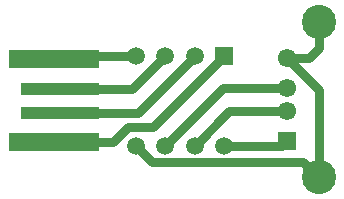
<source format=gtl>
%FSLAX33Y33*%
%MOMM*%
%AMRect-W1500000-H1500000-RO0.500*
21,1,1.5,1.5,0.,0.,270*%
%AMRect-W1550000-H1550000-RO0.500*
21,1,1.55,1.55,0.,0.,270*%
%AMRect-W1600000-H7600000-RO1.500*
21,1,1.6,7.6,0.,0.,90*%
%AMRect-W1100000-H6600000-RO1.500*
21,1,1.1,6.6,0.,0.,90*%
%ADD10C,0.8*%
%ADD11C,1.5*%
%ADD12Rect-W1500000-H1500000-RO0.500*%
%ADD13C,2.9*%
%ADD14C,1.55*%
%ADD15Rect-W1550000-H1550000-RO0.500*%
%ADD16Rect-W1600000-H7600000-RO1.500*%
%ADD17Rect-W1100000-H6600000-RO1.500*%
D10*
%LNtop copper_traces*%
G01*
X16900Y6190D02*
X19810Y9100D01*
X26110Y4825D02*
X27405Y3530D01*
X19810Y9100D02*
X24695Y9100D01*
X14400Y6190D02*
X19310Y11100D01*
X12090Y9000D02*
X7900Y9000D01*
X19400Y6190D02*
X24285Y6190D01*
X13265Y4825D02*
X26110Y4825D01*
X27405Y3530D02*
X27405Y10890D01*
X19400Y13810D02*
X13340Y7750D01*
X19310Y11100D02*
X24695Y11100D01*
X26580Y13600D02*
X27405Y14425D01*
X11900Y6190D02*
X13265Y4825D01*
X27405Y10890D02*
X24695Y13600D01*
X11590Y11000D02*
X7900Y11000D01*
X13340Y7750D02*
X11275Y7750D01*
X27405Y14425D02*
X27405Y16670D01*
X11275Y7750D02*
X10025Y6500D01*
X8350Y6500*
X24695Y13600D02*
X26580Y13600D01*
X14400Y13810D02*
X11590Y11000D01*
X11900Y13810D02*
X5310Y13810D01*
X16900Y13810D02*
X12090Y9000D01*
%LNtop copper component f178ae9f3eb66128*%
D11*
X16900Y13810D03*
X14400Y13810D03*
X11900Y13810D03*
X11900Y6190D03*
X14400Y6190D03*
X16900Y6190D03*
X19400Y6190D03*
D12*
X19400Y13810D03*
%LNtop copper component c42a6a9a39d68f58*%
D13*
X27405Y3530D03*
X27405Y16670D03*
D14*
X24695Y9100D03*
X24695Y11100D03*
X24695Y13600D03*
D15*
X24695Y6600D03*
%LNtop copper component a10719251b11ad89*%
D16*
X5000Y6500D03*
D17*
X5500Y9000D03*
X5500Y11000D03*
D16*
X5000Y13500D03*
M02*
</source>
